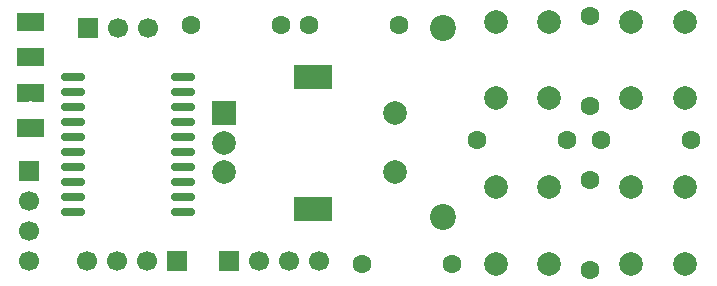
<source format=gbr>
%TF.GenerationSoftware,KiCad,Pcbnew,9.0.4*%
%TF.CreationDate,2025-08-23T10:29:59+02:00*%
%TF.ProjectId,i2c_hid,6932635f-6869-4642-9e6b-696361645f70,rev?*%
%TF.SameCoordinates,Original*%
%TF.FileFunction,Soldermask,Top*%
%TF.FilePolarity,Negative*%
%FSLAX46Y46*%
G04 Gerber Fmt 4.6, Leading zero omitted, Abs format (unit mm)*
G04 Created by KiCad (PCBNEW 9.0.4) date 2025-08-23 10:29:59*
%MOMM*%
%LPD*%
G01*
G04 APERTURE LIST*
G04 Aperture macros list*
%AMRoundRect*
0 Rectangle with rounded corners*
0 $1 Rounding radius*
0 $2 $3 $4 $5 $6 $7 $8 $9 X,Y pos of 4 corners*
0 Add a 4 corners polygon primitive as box body*
4,1,4,$2,$3,$4,$5,$6,$7,$8,$9,$2,$3,0*
0 Add four circle primitives for the rounded corners*
1,1,$1+$1,$2,$3*
1,1,$1+$1,$4,$5*
1,1,$1+$1,$6,$7*
1,1,$1+$1,$8,$9*
0 Add four rect primitives between the rounded corners*
20,1,$1+$1,$2,$3,$4,$5,0*
20,1,$1+$1,$4,$5,$6,$7,0*
20,1,$1+$1,$6,$7,$8,$9,0*
20,1,$1+$1,$8,$9,$2,$3,0*%
G04 Aperture macros list end*
%ADD10C,2.200000*%
%ADD11R,2.000000X2.000000*%
%ADD12C,2.000000*%
%ADD13R,3.200000X2.000000*%
%ADD14R,1.000000X1.500000*%
%ADD15C,1.600000*%
%ADD16RoundRect,0.150000X-0.875000X-0.150000X0.875000X-0.150000X0.875000X0.150000X-0.875000X0.150000X0*%
%ADD17R,1.700000X1.700000*%
%ADD18C,1.700000*%
G04 APERTURE END LIST*
%TO.C,JP2*%
G36*
X137780000Y-73250000D02*
G01*
X137480000Y-73250000D01*
X137480000Y-71750000D01*
X137780000Y-71750000D01*
X137780000Y-73250000D01*
G37*
%TO.C,JP1*%
G36*
X137780000Y-70250000D02*
G01*
X137480000Y-70250000D01*
X137480000Y-68750000D01*
X137780000Y-68750000D01*
X137780000Y-70250000D01*
G37*
%TO.C,JP3*%
G36*
X137780000Y-76250000D02*
G01*
X137480000Y-76250000D01*
X137480000Y-74750000D01*
X137780000Y-74750000D01*
X137780000Y-76250000D01*
G37*
%TO.C,JP4*%
G36*
X137780000Y-79250000D02*
G01*
X137480000Y-79250000D01*
X137480000Y-77750000D01*
X137780000Y-77750000D01*
X137780000Y-79250000D01*
G37*
%TD*%
D10*
%TO.C,M2*%
X172500000Y-70000000D03*
%TD*%
%TO.C,REF\u002A\u002A*%
X172500000Y-86000000D03*
%TD*%
D11*
%TO.C,SW1*%
X154000000Y-77250000D03*
D12*
X154000000Y-82250000D03*
X154000000Y-79750000D03*
D13*
X161500000Y-74150000D03*
X161500000Y-85350000D03*
D12*
X168500000Y-82250000D03*
X168500000Y-77250000D03*
%TD*%
D14*
%TO.C,JP2*%
X138280000Y-72500000D03*
X136980000Y-72500000D03*
%TD*%
D15*
%TO.C,R9*%
X185000000Y-82880000D03*
X185000000Y-90500000D03*
%TD*%
%TO.C,R8*%
X185000000Y-69000000D03*
X185000000Y-76620000D03*
%TD*%
D16*
%TO.C,U1*%
X141200000Y-74190000D03*
X141200000Y-75460000D03*
X141200000Y-76730000D03*
X141200000Y-78000000D03*
X141200000Y-79270000D03*
X141200000Y-80540000D03*
X141200000Y-81810000D03*
X141200000Y-83080000D03*
X141200000Y-84350000D03*
X141200000Y-85620000D03*
X150500000Y-85620000D03*
X150500000Y-84350000D03*
X150500000Y-83080000D03*
X150500000Y-81810000D03*
X150500000Y-80540000D03*
X150500000Y-79270000D03*
X150500000Y-78000000D03*
X150500000Y-76730000D03*
X150500000Y-75460000D03*
X150500000Y-74190000D03*
%TD*%
D12*
%TO.C,SW6*%
X181500000Y-83500000D03*
X181500000Y-90000000D03*
X177000000Y-83500000D03*
X177000000Y-90000000D03*
%TD*%
D14*
%TO.C,JP1*%
X138280000Y-69500000D03*
X136980000Y-69500000D03*
%TD*%
D17*
%TO.C,J2*%
X137500000Y-82110000D03*
D18*
X137500000Y-84650000D03*
X137500000Y-87190000D03*
X137500000Y-89730000D03*
%TD*%
D15*
%TO.C,R10*%
X183000000Y-79500000D03*
X175380000Y-79500000D03*
%TD*%
%TO.C,R3*%
X161190000Y-69750000D03*
X168810000Y-69750000D03*
%TD*%
%TO.C,R2*%
X173310000Y-90000000D03*
X165690000Y-90000000D03*
%TD*%
%TO.C,R1*%
X151190000Y-69750000D03*
X158810000Y-69750000D03*
%TD*%
D14*
%TO.C,JP3*%
X138280000Y-75500000D03*
X136980000Y-75500000D03*
%TD*%
D15*
%TO.C,R7*%
X193500000Y-79500000D03*
X185880000Y-79500000D03*
%TD*%
D17*
%TO.C,J4*%
X154460000Y-89730000D03*
D18*
X157000000Y-89730000D03*
X159540000Y-89730000D03*
X162080000Y-89730000D03*
%TD*%
D17*
%TO.C,J3*%
X150040000Y-89730000D03*
D18*
X147500000Y-89730000D03*
X144960000Y-89730000D03*
X142420000Y-89730000D03*
%TD*%
D14*
%TO.C,JP4*%
X138280000Y-78500000D03*
X136980000Y-78500000D03*
%TD*%
D12*
%TO.C,SW4*%
X188500000Y-76000000D03*
X188500000Y-69500000D03*
X193000000Y-76000000D03*
X193000000Y-69500000D03*
%TD*%
%TO.C,SW5*%
X193000000Y-83500000D03*
X193000000Y-90000000D03*
X188500000Y-83500000D03*
X188500000Y-90000000D03*
%TD*%
D17*
%TO.C,J1*%
X142460000Y-70020000D03*
D18*
X145000000Y-70020000D03*
X147540000Y-70020000D03*
%TD*%
D12*
%TO.C,SW2*%
X177000000Y-76000000D03*
X177000000Y-69500000D03*
X181500000Y-76000000D03*
X181500000Y-69500000D03*
%TD*%
M02*

</source>
